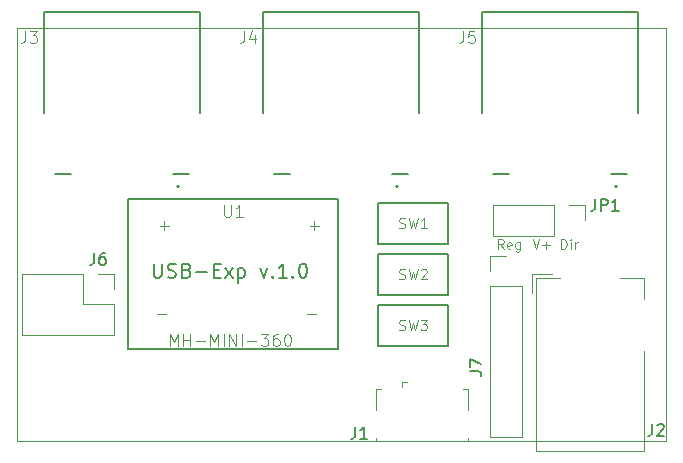
<source format=gbr>
%TF.GenerationSoftware,KiCad,Pcbnew,5.1.6-c6e7f7d~86~ubuntu18.04.1*%
%TF.CreationDate,2020-06-20T11:39:55+02:00*%
%TF.ProjectId,USB-Exp,5553422d-4578-4702-9e6b-696361645f70,1.0*%
%TF.SameCoordinates,Original*%
%TF.FileFunction,Legend,Top*%
%TF.FilePolarity,Positive*%
%FSLAX46Y46*%
G04 Gerber Fmt 4.6, Leading zero omitted, Abs format (unit mm)*
G04 Created by KiCad (PCBNEW 5.1.6-c6e7f7d~86~ubuntu18.04.1) date 2020-06-20 11:39:55*
%MOMM*%
%LPD*%
G01*
G04 APERTURE LIST*
%ADD10C,0.200000*%
%ADD11C,0.120000*%
%TA.AperFunction,Profile*%
%ADD12C,0.050000*%
%TD*%
%ADD13C,0.127000*%
%ADD14C,0.050000*%
%ADD15C,0.150000*%
%ADD16C,0.015000*%
G04 APERTURE END LIST*
D10*
X61614857Y-69954857D02*
X61614857Y-70926285D01*
X61672000Y-71040571D01*
X61729142Y-71097714D01*
X61843428Y-71154857D01*
X62072000Y-71154857D01*
X62186285Y-71097714D01*
X62243428Y-71040571D01*
X62300571Y-70926285D01*
X62300571Y-69954857D01*
X62814857Y-71097714D02*
X62986285Y-71154857D01*
X63272000Y-71154857D01*
X63386285Y-71097714D01*
X63443428Y-71040571D01*
X63500571Y-70926285D01*
X63500571Y-70812000D01*
X63443428Y-70697714D01*
X63386285Y-70640571D01*
X63272000Y-70583428D01*
X63043428Y-70526285D01*
X62929142Y-70469142D01*
X62872000Y-70412000D01*
X62814857Y-70297714D01*
X62814857Y-70183428D01*
X62872000Y-70069142D01*
X62929142Y-70012000D01*
X63043428Y-69954857D01*
X63329142Y-69954857D01*
X63500571Y-70012000D01*
X64414857Y-70526285D02*
X64586285Y-70583428D01*
X64643428Y-70640571D01*
X64700571Y-70754857D01*
X64700571Y-70926285D01*
X64643428Y-71040571D01*
X64586285Y-71097714D01*
X64472000Y-71154857D01*
X64014857Y-71154857D01*
X64014857Y-69954857D01*
X64414857Y-69954857D01*
X64529142Y-70012000D01*
X64586285Y-70069142D01*
X64643428Y-70183428D01*
X64643428Y-70297714D01*
X64586285Y-70412000D01*
X64529142Y-70469142D01*
X64414857Y-70526285D01*
X64014857Y-70526285D01*
X65214857Y-70697714D02*
X66129142Y-70697714D01*
X66700571Y-70526285D02*
X67100571Y-70526285D01*
X67272000Y-71154857D02*
X66700571Y-71154857D01*
X66700571Y-69954857D01*
X67272000Y-69954857D01*
X67672000Y-71154857D02*
X68300571Y-70354857D01*
X67672000Y-70354857D02*
X68300571Y-71154857D01*
X68757714Y-70354857D02*
X68757714Y-71554857D01*
X68757714Y-70412000D02*
X68872000Y-70354857D01*
X69100571Y-70354857D01*
X69214857Y-70412000D01*
X69272000Y-70469142D01*
X69329142Y-70583428D01*
X69329142Y-70926285D01*
X69272000Y-71040571D01*
X69214857Y-71097714D01*
X69100571Y-71154857D01*
X68872000Y-71154857D01*
X68757714Y-71097714D01*
X70643428Y-70354857D02*
X70929142Y-71154857D01*
X71214857Y-70354857D01*
X71672000Y-71040571D02*
X71729142Y-71097714D01*
X71672000Y-71154857D01*
X71614857Y-71097714D01*
X71672000Y-71040571D01*
X71672000Y-71154857D01*
X72872000Y-71154857D02*
X72186285Y-71154857D01*
X72529142Y-71154857D02*
X72529142Y-69954857D01*
X72414857Y-70126285D01*
X72300571Y-70240571D01*
X72186285Y-70297714D01*
X73386285Y-71040571D02*
X73443428Y-71097714D01*
X73386285Y-71154857D01*
X73329142Y-71097714D01*
X73386285Y-71040571D01*
X73386285Y-71154857D01*
X74186285Y-69954857D02*
X74300571Y-69954857D01*
X74414857Y-70012000D01*
X74472000Y-70069142D01*
X74529142Y-70183428D01*
X74586285Y-70412000D01*
X74586285Y-70697714D01*
X74529142Y-70926285D01*
X74472000Y-71040571D01*
X74414857Y-71097714D01*
X74300571Y-71154857D01*
X74186285Y-71154857D01*
X74072000Y-71097714D01*
X74014857Y-71040571D01*
X73957714Y-70926285D01*
X73900571Y-70697714D01*
X73900571Y-70412000D01*
X73957714Y-70183428D01*
X74014857Y-70069142D01*
X74072000Y-70012000D01*
X74186285Y-69954857D01*
D11*
X96126380Y-68687904D02*
X96126380Y-67887904D01*
X96316857Y-67887904D01*
X96431142Y-67926000D01*
X96507333Y-68002190D01*
X96545428Y-68078380D01*
X96583523Y-68230761D01*
X96583523Y-68345047D01*
X96545428Y-68497428D01*
X96507333Y-68573619D01*
X96431142Y-68649809D01*
X96316857Y-68687904D01*
X96126380Y-68687904D01*
X96926380Y-68687904D02*
X96926380Y-68154571D01*
X96926380Y-67887904D02*
X96888285Y-67926000D01*
X96926380Y-67964095D01*
X96964476Y-67926000D01*
X96926380Y-67887904D01*
X96926380Y-67964095D01*
X97307333Y-68687904D02*
X97307333Y-68154571D01*
X97307333Y-68306952D02*
X97345428Y-68230761D01*
X97383523Y-68192666D01*
X97459714Y-68154571D01*
X97535904Y-68154571D01*
X91236857Y-68687904D02*
X90970190Y-68306952D01*
X90779714Y-68687904D02*
X90779714Y-67887904D01*
X91084476Y-67887904D01*
X91160666Y-67926000D01*
X91198761Y-67964095D01*
X91236857Y-68040285D01*
X91236857Y-68154571D01*
X91198761Y-68230761D01*
X91160666Y-68268857D01*
X91084476Y-68306952D01*
X90779714Y-68306952D01*
X91884476Y-68649809D02*
X91808285Y-68687904D01*
X91655904Y-68687904D01*
X91579714Y-68649809D01*
X91541619Y-68573619D01*
X91541619Y-68268857D01*
X91579714Y-68192666D01*
X91655904Y-68154571D01*
X91808285Y-68154571D01*
X91884476Y-68192666D01*
X91922571Y-68268857D01*
X91922571Y-68345047D01*
X91541619Y-68421238D01*
X92608285Y-68154571D02*
X92608285Y-68802190D01*
X92570190Y-68878380D01*
X92532095Y-68916476D01*
X92455904Y-68954571D01*
X92341619Y-68954571D01*
X92265428Y-68916476D01*
X92608285Y-68649809D02*
X92532095Y-68687904D01*
X92379714Y-68687904D01*
X92303523Y-68649809D01*
X92265428Y-68611714D01*
X92227333Y-68535523D01*
X92227333Y-68306952D01*
X92265428Y-68230761D01*
X92303523Y-68192666D01*
X92379714Y-68154571D01*
X92532095Y-68154571D01*
X92608285Y-68192666D01*
X93726095Y-67887904D02*
X93992761Y-68687904D01*
X94259428Y-67887904D01*
X94526095Y-68383142D02*
X95135619Y-68383142D01*
X94830857Y-68687904D02*
X94830857Y-68078380D01*
D12*
X50000000Y-50000000D02*
X50000000Y-85000000D01*
X50000000Y-50000000D02*
X105000000Y-50000000D01*
X105000000Y-85000000D02*
X50000000Y-85000000D01*
X105000000Y-50000000D02*
X105000000Y-85000000D01*
D13*
%TO.C,U1*%
X59436000Y-64516000D02*
X77216000Y-64516000D01*
X59436000Y-77216000D02*
X59436000Y-64516000D01*
X77216000Y-77216000D02*
X59436000Y-77216000D01*
X77216000Y-64516000D02*
X77216000Y-77216000D01*
%TO.C,SW3*%
X80566000Y-76934000D02*
X86566000Y-76934000D01*
X80566000Y-73434000D02*
X80566000Y-76934000D01*
X86566000Y-73434000D02*
X80566000Y-73434000D01*
X86566000Y-76934000D02*
X86566000Y-73434000D01*
%TO.C,SW2*%
X80566000Y-72616000D02*
X86566000Y-72616000D01*
X80566000Y-69116000D02*
X80566000Y-72616000D01*
X86566000Y-69116000D02*
X80566000Y-69116000D01*
X86566000Y-72616000D02*
X86566000Y-69116000D01*
%TO.C,SW1*%
X80566000Y-68298000D02*
X86566000Y-68298000D01*
X80566000Y-64798000D02*
X80566000Y-68298000D01*
X86566000Y-64798000D02*
X80566000Y-64798000D01*
X86566000Y-68298000D02*
X86566000Y-64798000D01*
D11*
%TO.C,JP1*%
X90364000Y-64964000D02*
X90364000Y-67624000D01*
X95504000Y-64964000D02*
X90364000Y-64964000D01*
X95504000Y-67624000D02*
X90364000Y-67624000D01*
X95504000Y-64964000D02*
X95504000Y-67624000D01*
X96774000Y-64964000D02*
X98104000Y-64964000D01*
X98104000Y-64964000D02*
X98104000Y-66294000D01*
%TO.C,J7*%
X90110000Y-84642000D02*
X92770000Y-84642000D01*
X90110000Y-71882000D02*
X90110000Y-84642000D01*
X92770000Y-71882000D02*
X92770000Y-84642000D01*
X90110000Y-71882000D02*
X92770000Y-71882000D01*
X90110000Y-70612000D02*
X90110000Y-69282000D01*
X90110000Y-69282000D02*
X91440000Y-69282000D01*
%TO.C,J6*%
X50486000Y-70806000D02*
X50486000Y-76006000D01*
X55626000Y-70806000D02*
X50486000Y-70806000D01*
X58226000Y-76006000D02*
X50486000Y-76006000D01*
X55626000Y-70806000D02*
X55626000Y-73406000D01*
X55626000Y-73406000D02*
X58226000Y-73406000D01*
X58226000Y-73406000D02*
X58226000Y-76006000D01*
X56896000Y-70806000D02*
X58226000Y-70806000D01*
X58226000Y-70806000D02*
X58226000Y-72136000D01*
D10*
%TO.C,J5*%
X102612000Y-48624000D02*
X102612000Y-57174000D01*
X89412000Y-57174000D02*
X89412000Y-48624000D01*
X89412000Y-48624000D02*
X102612000Y-48624000D01*
X100862000Y-63424000D02*
G75*
G03*
X100862000Y-63424000I-100000J0D01*
G01*
X101662000Y-62324000D02*
X100312000Y-62324000D01*
X91712000Y-62324000D02*
X90362000Y-62324000D01*
%TO.C,J4*%
X84070000Y-48624000D02*
X84070000Y-57174000D01*
X70870000Y-57174000D02*
X70870000Y-48624000D01*
X70870000Y-48624000D02*
X84070000Y-48624000D01*
X82320000Y-63424000D02*
G75*
G03*
X82320000Y-63424000I-100000J0D01*
G01*
X83120000Y-62324000D02*
X81770000Y-62324000D01*
X73170000Y-62324000D02*
X71820000Y-62324000D01*
%TO.C,J3*%
X65528000Y-48624000D02*
X65528000Y-57174000D01*
X52328000Y-57174000D02*
X52328000Y-48624000D01*
X52328000Y-48624000D02*
X65528000Y-48624000D01*
X63778000Y-63424000D02*
G75*
G03*
X63778000Y-63424000I-100000J0D01*
G01*
X64578000Y-62324000D02*
X63228000Y-62324000D01*
X54628000Y-62324000D02*
X53278000Y-62324000D01*
D11*
%TO.C,J2*%
X103152000Y-77336000D02*
X103152000Y-85836000D01*
X103152000Y-85836000D02*
X93952000Y-85836000D01*
X93952000Y-85836000D02*
X93952000Y-71136000D01*
X101052000Y-71136000D02*
X103152000Y-71136000D01*
X103152000Y-71136000D02*
X103152000Y-72936000D01*
X95352000Y-70836000D02*
X93652000Y-70836000D01*
X93652000Y-70836000D02*
X93652000Y-72436000D01*
X93952000Y-71136000D02*
X96052000Y-71136000D01*
%TO.C,J1*%
X80428000Y-80533500D02*
X80878000Y-80533500D01*
X80428000Y-82383500D02*
X80428000Y-80533500D01*
X88228000Y-84933500D02*
X88228000Y-84683500D01*
X80428000Y-84933500D02*
X80428000Y-84683500D01*
X88228000Y-82383500D02*
X88228000Y-80533500D01*
X88228000Y-80533500D02*
X87778000Y-80533500D01*
X82628000Y-79983500D02*
X83078000Y-79983500D01*
X82628000Y-79983500D02*
X82628000Y-80433500D01*
%TD*%
%TO.C,U1*%
D14*
X67564095Y-64984380D02*
X67564095Y-65793904D01*
X67611714Y-65889142D01*
X67659333Y-65936761D01*
X67754571Y-65984380D01*
X67945047Y-65984380D01*
X68040285Y-65936761D01*
X68087904Y-65889142D01*
X68135523Y-65793904D01*
X68135523Y-64984380D01*
X69135523Y-65984380D02*
X68564095Y-65984380D01*
X68849809Y-65984380D02*
X68849809Y-64984380D01*
X68754571Y-65127238D01*
X68659333Y-65222476D01*
X68564095Y-65270095D01*
X62976761Y-76906380D02*
X62976761Y-75906380D01*
X63310095Y-76620666D01*
X63643428Y-75906380D01*
X63643428Y-76906380D01*
X64119619Y-76906380D02*
X64119619Y-75906380D01*
X64119619Y-76382571D02*
X64691047Y-76382571D01*
X64691047Y-76906380D02*
X64691047Y-75906380D01*
X65167238Y-76525428D02*
X65929142Y-76525428D01*
X66405333Y-76906380D02*
X66405333Y-75906380D01*
X66738666Y-76620666D01*
X67072000Y-75906380D01*
X67072000Y-76906380D01*
X67548190Y-76906380D02*
X67548190Y-75906380D01*
X68024380Y-76906380D02*
X68024380Y-75906380D01*
X68595809Y-76906380D01*
X68595809Y-75906380D01*
X69072000Y-76906380D02*
X69072000Y-75906380D01*
X69548190Y-76525428D02*
X70310095Y-76525428D01*
X70691047Y-75906380D02*
X71310095Y-75906380D01*
X70976761Y-76287333D01*
X71119619Y-76287333D01*
X71214857Y-76334952D01*
X71262476Y-76382571D01*
X71310095Y-76477809D01*
X71310095Y-76715904D01*
X71262476Y-76811142D01*
X71214857Y-76858761D01*
X71119619Y-76906380D01*
X70833904Y-76906380D01*
X70738666Y-76858761D01*
X70691047Y-76811142D01*
X72167238Y-75906380D02*
X71976761Y-75906380D01*
X71881523Y-75954000D01*
X71833904Y-76001619D01*
X71738666Y-76144476D01*
X71691047Y-76334952D01*
X71691047Y-76715904D01*
X71738666Y-76811142D01*
X71786285Y-76858761D01*
X71881523Y-76906380D01*
X72072000Y-76906380D01*
X72167238Y-76858761D01*
X72214857Y-76811142D01*
X72262476Y-76715904D01*
X72262476Y-76477809D01*
X72214857Y-76382571D01*
X72167238Y-76334952D01*
X72072000Y-76287333D01*
X71881523Y-76287333D01*
X71786285Y-76334952D01*
X71738666Y-76382571D01*
X71691047Y-76477809D01*
X72881523Y-75906380D02*
X72976761Y-75906380D01*
X73072000Y-75954000D01*
X73119619Y-76001619D01*
X73167238Y-76096857D01*
X73214857Y-76287333D01*
X73214857Y-76525428D01*
X73167238Y-76715904D01*
X73119619Y-76811142D01*
X73072000Y-76858761D01*
X72976761Y-76906380D01*
X72881523Y-76906380D01*
X72786285Y-76858761D01*
X72738666Y-76811142D01*
X72691047Y-76715904D01*
X72643428Y-76525428D01*
X72643428Y-76287333D01*
X72691047Y-76096857D01*
X72738666Y-76001619D01*
X72786285Y-75954000D01*
X72881523Y-75906380D01*
X62103047Y-66746428D02*
X62864952Y-66746428D01*
X62484000Y-67127380D02*
X62484000Y-66365476D01*
X61849047Y-74239428D02*
X62610952Y-74239428D01*
X74549047Y-74239428D02*
X75310952Y-74239428D01*
X74803047Y-66746428D02*
X75564952Y-66746428D01*
X75184000Y-67127380D02*
X75184000Y-66365476D01*
%TO.C,SW3*%
X82381433Y-75543600D02*
X82508351Y-75585906D01*
X82719880Y-75585906D01*
X82804492Y-75543600D01*
X82846798Y-75501294D01*
X82889104Y-75416682D01*
X82889104Y-75332070D01*
X82846798Y-75247458D01*
X82804492Y-75205152D01*
X82719880Y-75162847D01*
X82550657Y-75120541D01*
X82466045Y-75078235D01*
X82423739Y-75035929D01*
X82381433Y-74951317D01*
X82381433Y-74866705D01*
X82423739Y-74782093D01*
X82466045Y-74739787D01*
X82550657Y-74697481D01*
X82762186Y-74697481D01*
X82889104Y-74739787D01*
X83185246Y-74697481D02*
X83396776Y-75585906D01*
X83566000Y-74951317D01*
X83735223Y-75585906D01*
X83946753Y-74697481D01*
X84200589Y-74697481D02*
X84750566Y-74697481D01*
X84454425Y-75035929D01*
X84581342Y-75035929D01*
X84665954Y-75078235D01*
X84708260Y-75120541D01*
X84750566Y-75205152D01*
X84750566Y-75416682D01*
X84708260Y-75501294D01*
X84665954Y-75543600D01*
X84581342Y-75585906D01*
X84327507Y-75585906D01*
X84242895Y-75543600D01*
X84200589Y-75501294D01*
%TO.C,SW2*%
X82381433Y-71225600D02*
X82508351Y-71267906D01*
X82719880Y-71267906D01*
X82804492Y-71225600D01*
X82846798Y-71183294D01*
X82889104Y-71098682D01*
X82889104Y-71014070D01*
X82846798Y-70929458D01*
X82804492Y-70887152D01*
X82719880Y-70844847D01*
X82550657Y-70802541D01*
X82466045Y-70760235D01*
X82423739Y-70717929D01*
X82381433Y-70633317D01*
X82381433Y-70548705D01*
X82423739Y-70464093D01*
X82466045Y-70421787D01*
X82550657Y-70379481D01*
X82762186Y-70379481D01*
X82889104Y-70421787D01*
X83185246Y-70379481D02*
X83396776Y-71267906D01*
X83566000Y-70633317D01*
X83735223Y-71267906D01*
X83946753Y-70379481D01*
X84242895Y-70464093D02*
X84285201Y-70421787D01*
X84369813Y-70379481D01*
X84581342Y-70379481D01*
X84665954Y-70421787D01*
X84708260Y-70464093D01*
X84750566Y-70548705D01*
X84750566Y-70633317D01*
X84708260Y-70760235D01*
X84200589Y-71267906D01*
X84750566Y-71267906D01*
%TO.C,SW1*%
X82381433Y-66907600D02*
X82508351Y-66949906D01*
X82719880Y-66949906D01*
X82804492Y-66907600D01*
X82846798Y-66865294D01*
X82889104Y-66780682D01*
X82889104Y-66696070D01*
X82846798Y-66611458D01*
X82804492Y-66569152D01*
X82719880Y-66526847D01*
X82550657Y-66484541D01*
X82466045Y-66442235D01*
X82423739Y-66399929D01*
X82381433Y-66315317D01*
X82381433Y-66230705D01*
X82423739Y-66146093D01*
X82466045Y-66103787D01*
X82550657Y-66061481D01*
X82762186Y-66061481D01*
X82889104Y-66103787D01*
X83185246Y-66061481D02*
X83396776Y-66949906D01*
X83566000Y-66315317D01*
X83735223Y-66949906D01*
X83946753Y-66061481D01*
X84750566Y-66949906D02*
X84242895Y-66949906D01*
X84496730Y-66949906D02*
X84496730Y-66061481D01*
X84412119Y-66188399D01*
X84327507Y-66273011D01*
X84242895Y-66315317D01*
%TO.C,JP1*%
D15*
X98988666Y-64476380D02*
X98988666Y-65190666D01*
X98941047Y-65333523D01*
X98845809Y-65428761D01*
X98702952Y-65476380D01*
X98607714Y-65476380D01*
X99464857Y-65476380D02*
X99464857Y-64476380D01*
X99845809Y-64476380D01*
X99941047Y-64524000D01*
X99988666Y-64571619D01*
X100036285Y-64666857D01*
X100036285Y-64809714D01*
X99988666Y-64904952D01*
X99941047Y-64952571D01*
X99845809Y-65000190D01*
X99464857Y-65000190D01*
X100988666Y-65476380D02*
X100417238Y-65476380D01*
X100702952Y-65476380D02*
X100702952Y-64476380D01*
X100607714Y-64619238D01*
X100512476Y-64714476D01*
X100417238Y-64762095D01*
%TO.C,J7*%
X88352380Y-79073333D02*
X89066666Y-79073333D01*
X89209523Y-79120952D01*
X89304761Y-79216190D01*
X89352380Y-79359047D01*
X89352380Y-79454285D01*
X88352380Y-78692380D02*
X88352380Y-78025714D01*
X89352380Y-78454285D01*
%TO.C,J6*%
X56562666Y-69048380D02*
X56562666Y-69762666D01*
X56515047Y-69905523D01*
X56419809Y-70000761D01*
X56276952Y-70048380D01*
X56181714Y-70048380D01*
X57467428Y-69048380D02*
X57276952Y-69048380D01*
X57181714Y-69096000D01*
X57134095Y-69143619D01*
X57038857Y-69286476D01*
X56991238Y-69476952D01*
X56991238Y-69857904D01*
X57038857Y-69953142D01*
X57086476Y-70000761D01*
X57181714Y-70048380D01*
X57372190Y-70048380D01*
X57467428Y-70000761D01*
X57515047Y-69953142D01*
X57562666Y-69857904D01*
X57562666Y-69619809D01*
X57515047Y-69524571D01*
X57467428Y-69476952D01*
X57372190Y-69429333D01*
X57181714Y-69429333D01*
X57086476Y-69476952D01*
X57038857Y-69524571D01*
X56991238Y-69619809D01*
%TO.C,J5*%
D16*
X87804666Y-50252380D02*
X87804666Y-50966666D01*
X87757047Y-51109523D01*
X87661809Y-51204761D01*
X87518952Y-51252380D01*
X87423714Y-51252380D01*
X88757047Y-50252380D02*
X88280857Y-50252380D01*
X88233238Y-50728571D01*
X88280857Y-50680952D01*
X88376095Y-50633333D01*
X88614190Y-50633333D01*
X88709428Y-50680952D01*
X88757047Y-50728571D01*
X88804666Y-50823809D01*
X88804666Y-51061904D01*
X88757047Y-51157142D01*
X88709428Y-51204761D01*
X88614190Y-51252380D01*
X88376095Y-51252380D01*
X88280857Y-51204761D01*
X88233238Y-51157142D01*
%TO.C,J4*%
X69262666Y-50252380D02*
X69262666Y-50966666D01*
X69215047Y-51109523D01*
X69119809Y-51204761D01*
X68976952Y-51252380D01*
X68881714Y-51252380D01*
X70167428Y-50585714D02*
X70167428Y-51252380D01*
X69929333Y-50204761D02*
X69691238Y-50919047D01*
X70310285Y-50919047D01*
%TO.C,J3*%
X50720666Y-50252380D02*
X50720666Y-50966666D01*
X50673047Y-51109523D01*
X50577809Y-51204761D01*
X50434952Y-51252380D01*
X50339714Y-51252380D01*
X51101619Y-50252380D02*
X51720666Y-50252380D01*
X51387333Y-50633333D01*
X51530190Y-50633333D01*
X51625428Y-50680952D01*
X51673047Y-50728571D01*
X51720666Y-50823809D01*
X51720666Y-51061904D01*
X51673047Y-51157142D01*
X51625428Y-51204761D01*
X51530190Y-51252380D01*
X51244476Y-51252380D01*
X51149238Y-51204761D01*
X51101619Y-51157142D01*
%TO.C,J2*%
D15*
X103806666Y-83526380D02*
X103806666Y-84240666D01*
X103759047Y-84383523D01*
X103663809Y-84478761D01*
X103520952Y-84526380D01*
X103425714Y-84526380D01*
X104235238Y-83621619D02*
X104282857Y-83574000D01*
X104378095Y-83526380D01*
X104616190Y-83526380D01*
X104711428Y-83574000D01*
X104759047Y-83621619D01*
X104806666Y-83716857D01*
X104806666Y-83812095D01*
X104759047Y-83954952D01*
X104187619Y-84526380D01*
X104806666Y-84526380D01*
%TO.C,J1*%
X78660666Y-83780380D02*
X78660666Y-84494666D01*
X78613047Y-84637523D01*
X78517809Y-84732761D01*
X78374952Y-84780380D01*
X78279714Y-84780380D01*
X79660666Y-84780380D02*
X79089238Y-84780380D01*
X79374952Y-84780380D02*
X79374952Y-83780380D01*
X79279714Y-83923238D01*
X79184476Y-84018476D01*
X79089238Y-84066095D01*
%TD*%
M02*

</source>
